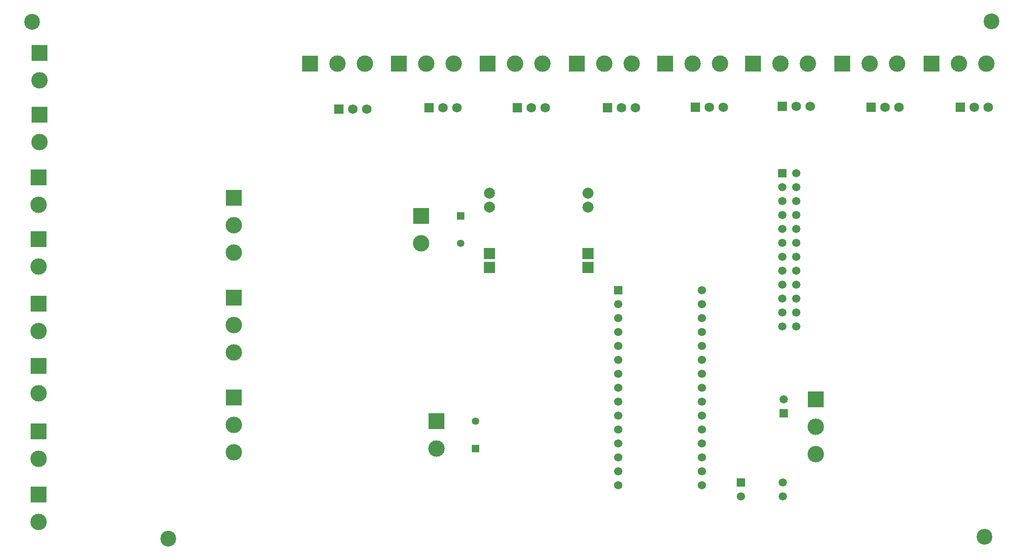
<source format=gbr>
%TF.GenerationSoftware,Altium Limited,Altium Designer,18.0.9 (584)*%
G04 Layer_Color=255*
%FSLAX26Y26*%
%MOIN*%
%TF.FileFunction,Pads,Bot*%
%TF.Part,Single*%
G01*
G75*
%TA.AperFunction,WasherPad*%
%ADD37C,0.113000*%
%TA.AperFunction,ComponentPad*%
%ADD38C,0.078740*%
%ADD39R,0.078740X0.078740*%
%ADD40R,0.059055X0.059055*%
%ADD41C,0.059055*%
%ADD42C,0.118110*%
%ADD43R,0.118110X0.118110*%
%ADD44C,0.053150*%
%ADD45R,0.053150X0.053150*%
%ADD46R,0.059055X0.059055*%
%ADD47R,0.118110X0.118110*%
%ADD48R,0.068898X0.068898*%
%ADD49C,0.068898*%
D37*
X2225000Y1320000D02*
D03*
X1250000Y5030000D02*
D03*
X8130000Y5035000D02*
D03*
X8080000Y1335000D02*
D03*
D38*
X4527520Y3800000D02*
D03*
Y3700000D02*
D03*
X5236181Y3800000D02*
D03*
Y3700000D02*
D03*
D39*
X4527520Y3268504D02*
D03*
Y3368504D02*
D03*
X5236181D02*
D03*
Y3268504D02*
D03*
D40*
X6332520Y1725000D02*
D03*
X5452520Y3105000D02*
D03*
X6629370Y3945000D02*
D03*
D41*
X6332520Y1625000D02*
D03*
X6632520Y1725000D02*
D03*
Y1625000D02*
D03*
X5452520Y3005000D02*
D03*
Y2905000D02*
D03*
Y2805000D02*
D03*
Y2705000D02*
D03*
Y2605000D02*
D03*
Y2505000D02*
D03*
Y2405000D02*
D03*
Y2305000D02*
D03*
Y2205000D02*
D03*
Y2105000D02*
D03*
Y2005000D02*
D03*
Y1905000D02*
D03*
Y1805000D02*
D03*
Y1705000D02*
D03*
X6052520Y3105000D02*
D03*
Y3005000D02*
D03*
Y2905000D02*
D03*
Y2805000D02*
D03*
Y2705000D02*
D03*
Y2605000D02*
D03*
Y2505000D02*
D03*
Y2405000D02*
D03*
Y2305000D02*
D03*
Y2205000D02*
D03*
Y2105000D02*
D03*
Y2005000D02*
D03*
Y1905000D02*
D03*
Y1805000D02*
D03*
Y1705000D02*
D03*
X6729370Y2845000D02*
D03*
Y2945000D02*
D03*
Y3045000D02*
D03*
Y3145000D02*
D03*
Y3245000D02*
D03*
Y3345000D02*
D03*
Y3445000D02*
D03*
Y3545000D02*
D03*
Y3645000D02*
D03*
Y3745000D02*
D03*
Y3845000D02*
D03*
Y3945000D02*
D03*
X6629370Y2845000D02*
D03*
Y2945000D02*
D03*
Y3045000D02*
D03*
Y3145000D02*
D03*
Y3245000D02*
D03*
Y3345000D02*
D03*
Y3445000D02*
D03*
Y3545000D02*
D03*
Y3645000D02*
D03*
Y3745000D02*
D03*
Y3845000D02*
D03*
X6637520Y2320000D02*
D03*
D42*
X1295630Y2363150D02*
D03*
Y2810000D02*
D03*
Y3275000D02*
D03*
Y3718150D02*
D03*
X1300630Y4168150D02*
D03*
Y4610000D02*
D03*
X1295630Y1440000D02*
D03*
Y1893150D02*
D03*
X2695000Y1941299D02*
D03*
Y2138150D02*
D03*
Y2658150D02*
D03*
Y2855000D02*
D03*
Y3375000D02*
D03*
Y3571850D02*
D03*
X4037520Y3440000D02*
D03*
X4147520Y1968150D02*
D03*
X6867520Y1928150D02*
D03*
Y2125000D02*
D03*
X4907480Y4730000D02*
D03*
X4710630D02*
D03*
X3635630D02*
D03*
X3438780D02*
D03*
X4272480D02*
D03*
X4075630D02*
D03*
X6812480D02*
D03*
X6615630D02*
D03*
X6182480D02*
D03*
X5985630D02*
D03*
X5547480D02*
D03*
X5350630D02*
D03*
X8092480D02*
D03*
X7895630D02*
D03*
X7452480D02*
D03*
X7255630D02*
D03*
D43*
X1295630Y2560000D02*
D03*
Y3006850D02*
D03*
Y3471850D02*
D03*
Y3915000D02*
D03*
X1300630Y4365000D02*
D03*
Y4806850D02*
D03*
X1295630Y1636850D02*
D03*
Y2090000D02*
D03*
X2695000Y2335000D02*
D03*
Y3051850D02*
D03*
Y3768701D02*
D03*
X4037520Y3636850D02*
D03*
X4147520Y2165000D02*
D03*
X6867520Y2321850D02*
D03*
D44*
X4322520Y3441575D02*
D03*
X4427520Y2163425D02*
D03*
D45*
X4322520Y3638425D02*
D03*
X4427520Y1966575D02*
D03*
D46*
X6637520Y2220000D02*
D03*
D47*
X4513779Y4730000D02*
D03*
X3241929D02*
D03*
X3878780D02*
D03*
X6418779D02*
D03*
X5788779D02*
D03*
X5153779D02*
D03*
X7698779D02*
D03*
X7058779D02*
D03*
D48*
X4730000Y4414370D02*
D03*
X3450000Y4404370D02*
D03*
X4095000Y4414370D02*
D03*
X6630000Y4424370D02*
D03*
X6005000Y4419370D02*
D03*
X5375000Y4414370D02*
D03*
X7905000Y4419370D02*
D03*
X7265000D02*
D03*
D49*
X4830000Y4414370D02*
D03*
X4930000D02*
D03*
X3550000Y4404370D02*
D03*
X3650000D02*
D03*
X4195000Y4414370D02*
D03*
X4295000D02*
D03*
X6730000Y4424370D02*
D03*
X6830000D02*
D03*
X6105000Y4419370D02*
D03*
X6205000D02*
D03*
X5475000Y4414370D02*
D03*
X5575000D02*
D03*
X8005000Y4419370D02*
D03*
X8105000D02*
D03*
X7365000D02*
D03*
X7465000D02*
D03*
%TF.MD5,9752a4cc371dbeead5549f16f6d795bb*%
M02*

</source>
